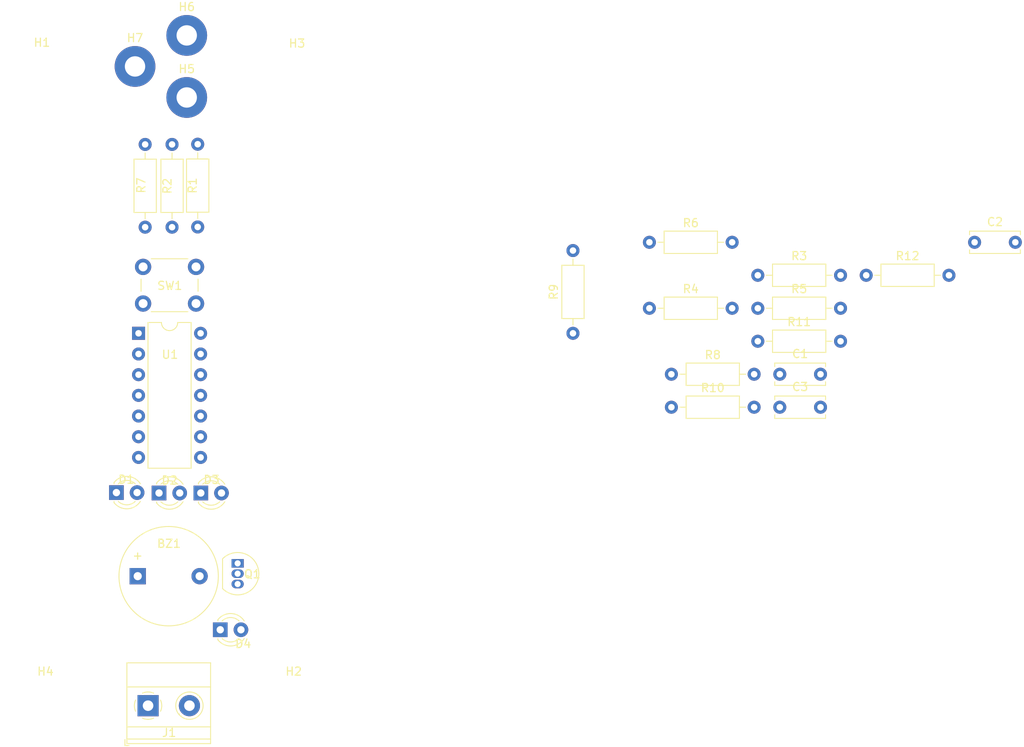
<source format=kicad_pcb>
(kicad_pcb (version 20171130) (host pcbnew "(5.1.10)-1")

  (general
    (thickness 1.6)
    (drawings 0)
    (tracks 0)
    (zones 0)
    (modules 31)
    (nets 21)
  )

  (page A4)
  (layers
    (0 F.Cu signal)
    (31 B.Cu signal)
    (32 B.Adhes user)
    (33 F.Adhes user)
    (34 B.Paste user)
    (35 F.Paste user)
    (36 B.SilkS user)
    (37 F.SilkS user)
    (38 B.Mask user)
    (39 F.Mask user)
    (40 Dwgs.User user)
    (41 Cmts.User user)
    (42 Eco1.User user)
    (43 Eco2.User user)
    (44 Edge.Cuts user)
    (45 Margin user)
    (46 B.CrtYd user)
    (47 F.CrtYd user)
    (48 B.Fab user)
    (49 F.Fab user)
  )

  (setup
    (last_trace_width 0.25)
    (trace_clearance 0.2)
    (zone_clearance 0.508)
    (zone_45_only no)
    (trace_min 0.2)
    (via_size 0.8)
    (via_drill 0.4)
    (via_min_size 0.4)
    (via_min_drill 0.3)
    (uvia_size 0.3)
    (uvia_drill 0.1)
    (uvias_allowed no)
    (uvia_min_size 0.2)
    (uvia_min_drill 0.1)
    (edge_width 0.05)
    (segment_width 0.2)
    (pcb_text_width 0.3)
    (pcb_text_size 1.5 1.5)
    (mod_edge_width 0.12)
    (mod_text_size 1 1)
    (mod_text_width 0.15)
    (pad_size 1.524 1.524)
    (pad_drill 0.762)
    (pad_to_mask_clearance 0)
    (aux_axis_origin 0 0)
    (visible_elements FFFFFF7F)
    (pcbplotparams
      (layerselection 0x010fc_ffffffff)
      (usegerberextensions false)
      (usegerberattributes true)
      (usegerberadvancedattributes true)
      (creategerberjobfile true)
      (excludeedgelayer true)
      (linewidth 0.100000)
      (plotframeref false)
      (viasonmask false)
      (mode 1)
      (useauxorigin false)
      (hpglpennumber 1)
      (hpglpenspeed 20)
      (hpglpendiameter 15.000000)
      (psnegative false)
      (psa4output false)
      (plotreference true)
      (plotvalue true)
      (plotinvisibletext false)
      (padsonsilk false)
      (subtractmaskfromsilk false)
      (outputformat 1)
      (mirror false)
      (drillshape 1)
      (scaleselection 1)
      (outputdirectory ""))
  )

  (net 0 "")
  (net 1 +9V)
  (net 2 "Net-(BZ1-Pad2)")
  (net 3 "Net-(C1-Pad1)")
  (net 4 "Net-(C1-Pad2)")
  (net 5 "Net-(C2-Pad2)")
  (net 6 "Net-(C2-Pad1)")
  (net 7 "Net-(C3-Pad1)")
  (net 8 "Net-(C3-Pad2)")
  (net 9 "Net-(D1-Pad1)")
  (net 10 "Net-(D1-Pad2)")
  (net 11 "Net-(D2-Pad2)")
  (net 12 Earth)
  (net 13 "Net-(D3-Pad2)")
  (net 14 "Net-(D4-Pad2)")
  (net 15 "Net-(H5-Pad1)")
  (net 16 "Net-(R1-Pad1)")
  (net 17 "Net-(R2-Pad1)")
  (net 18 "Net-(R6-Pad1)")
  (net 19 "Net-(R9-Pad1)")
  (net 20 "Net-(R10-Pad2)")

  (net_class Default "This is the default net class."
    (clearance 0.2)
    (trace_width 0.25)
    (via_dia 0.8)
    (via_drill 0.4)
    (uvia_dia 0.3)
    (uvia_drill 0.1)
    (add_net +9V)
    (add_net Earth)
    (add_net "Net-(BZ1-Pad2)")
    (add_net "Net-(C1-Pad1)")
    (add_net "Net-(C1-Pad2)")
    (add_net "Net-(C2-Pad1)")
    (add_net "Net-(C2-Pad2)")
    (add_net "Net-(C3-Pad1)")
    (add_net "Net-(C3-Pad2)")
    (add_net "Net-(D1-Pad1)")
    (add_net "Net-(D1-Pad2)")
    (add_net "Net-(D2-Pad2)")
    (add_net "Net-(D3-Pad2)")
    (add_net "Net-(D4-Pad2)")
    (add_net "Net-(H5-Pad1)")
    (add_net "Net-(R1-Pad1)")
    (add_net "Net-(R10-Pad2)")
    (add_net "Net-(R2-Pad1)")
    (add_net "Net-(R6-Pad1)")
    (add_net "Net-(R9-Pad1)")
  )

  (module Buzzer_Beeper:Buzzer_12x9.5RM7.6 (layer F.Cu) (tedit 5A030281) (tstamp 61CF4EF7)
    (at 50.6984 85.6996)
    (descr "Generic Buzzer, D12mm height 9.5mm with RM7.6mm")
    (tags buzzer)
    (path /61D0E72E)
    (fp_text reference BZ1 (at 3.8354 -3.9878) (layer F.SilkS)
      (effects (font (size 1 1) (thickness 0.15)))
    )
    (fp_text value Buzzer (at 3.7846 2.8956) (layer F.Fab)
      (effects (font (size 1 1) (thickness 0.15)))
    )
    (fp_circle (center 3.8 0) (end 9.9 0) (layer F.SilkS) (width 0.12))
    (fp_circle (center 3.8 0) (end 4.8 0) (layer F.Fab) (width 0.1))
    (fp_circle (center 3.8 0) (end 9.8 0) (layer F.Fab) (width 0.1))
    (fp_circle (center 3.8 0) (end 10.05 0) (layer F.CrtYd) (width 0.05))
    (fp_text user + (at -0.01 -2.54) (layer F.Fab)
      (effects (font (size 1 1) (thickness 0.15)))
    )
    (fp_text user + (at -0.01 -2.54) (layer F.SilkS)
      (effects (font (size 1 1) (thickness 0.15)))
    )
    (fp_text user %R (at 3.8 -4) (layer F.Fab)
      (effects (font (size 1 1) (thickness 0.15)))
    )
    (pad 1 thru_hole rect (at 0 0) (size 2 2) (drill 1) (layers *.Cu *.Mask)
      (net 1 +9V))
    (pad 2 thru_hole circle (at 7.6 0) (size 2 2) (drill 1) (layers *.Cu *.Mask)
      (net 2 "Net-(BZ1-Pad2)"))
    (model ${KISYS3DMOD}/Buzzer_Beeper.3dshapes/Buzzer_12x9.5RM7.6.wrl
      (at (xyz 0 0 0))
      (scale (xyz 1 1 1))
      (rotate (xyz 0 0 0))
    )
  )

  (module Capacitor_THT:C_Disc_D6.0mm_W2.5mm_P5.00mm (layer F.Cu) (tedit 5AE50EF0) (tstamp 61CF4F0C)
    (at 129.535001 60.905001)
    (descr "C, Disc series, Radial, pin pitch=5.00mm, , diameter*width=6*2.5mm^2, Capacitor, http://cdn-reichelt.de/documents/datenblatt/B300/DS_KERKO_TC.pdf")
    (tags "C Disc series Radial pin pitch 5.00mm  diameter 6mm width 2.5mm Capacitor")
    (path /61CD8A80)
    (fp_text reference C1 (at 2.5 -2.5) (layer F.SilkS)
      (effects (font (size 1 1) (thickness 0.15)))
    )
    (fp_text value 100nF (at 2.5 2.5) (layer F.Fab)
      (effects (font (size 1 1) (thickness 0.15)))
    )
    (fp_line (start 6.05 -1.5) (end -1.05 -1.5) (layer F.CrtYd) (width 0.05))
    (fp_line (start 6.05 1.5) (end 6.05 -1.5) (layer F.CrtYd) (width 0.05))
    (fp_line (start -1.05 1.5) (end 6.05 1.5) (layer F.CrtYd) (width 0.05))
    (fp_line (start -1.05 -1.5) (end -1.05 1.5) (layer F.CrtYd) (width 0.05))
    (fp_line (start 5.62 0.925) (end 5.62 1.37) (layer F.SilkS) (width 0.12))
    (fp_line (start 5.62 -1.37) (end 5.62 -0.925) (layer F.SilkS) (width 0.12))
    (fp_line (start -0.62 0.925) (end -0.62 1.37) (layer F.SilkS) (width 0.12))
    (fp_line (start -0.62 -1.37) (end -0.62 -0.925) (layer F.SilkS) (width 0.12))
    (fp_line (start -0.62 1.37) (end 5.62 1.37) (layer F.SilkS) (width 0.12))
    (fp_line (start -0.62 -1.37) (end 5.62 -1.37) (layer F.SilkS) (width 0.12))
    (fp_line (start 5.5 -1.25) (end -0.5 -1.25) (layer F.Fab) (width 0.1))
    (fp_line (start 5.5 1.25) (end 5.5 -1.25) (layer F.Fab) (width 0.1))
    (fp_line (start -0.5 1.25) (end 5.5 1.25) (layer F.Fab) (width 0.1))
    (fp_line (start -0.5 -1.25) (end -0.5 1.25) (layer F.Fab) (width 0.1))
    (fp_text user %R (at 2.5 0) (layer F.Fab)
      (effects (font (size 1 1) (thickness 0.15)))
    )
    (pad 1 thru_hole circle (at 0 0) (size 1.6 1.6) (drill 0.8) (layers *.Cu *.Mask)
      (net 3 "Net-(C1-Pad1)"))
    (pad 2 thru_hole circle (at 5 0) (size 1.6 1.6) (drill 0.8) (layers *.Cu *.Mask)
      (net 4 "Net-(C1-Pad2)"))
    (model ${KISYS3DMOD}/Capacitor_THT.3dshapes/C_Disc_D6.0mm_W2.5mm_P5.00mm.wrl
      (at (xyz 0 0 0))
      (scale (xyz 1 1 1))
      (rotate (xyz 0 0 0))
    )
  )

  (module Capacitor_THT:C_Disc_D6.0mm_W2.5mm_P5.00mm (layer F.Cu) (tedit 5AE50EF0) (tstamp 61CF4F21)
    (at 153.455001 44.705001)
    (descr "C, Disc series, Radial, pin pitch=5.00mm, , diameter*width=6*2.5mm^2, Capacitor, http://cdn-reichelt.de/documents/datenblatt/B300/DS_KERKO_TC.pdf")
    (tags "C Disc series Radial pin pitch 5.00mm  diameter 6mm width 2.5mm Capacitor")
    (path /61CF98E6)
    (fp_text reference C2 (at 2.5 -2.5) (layer F.SilkS)
      (effects (font (size 1 1) (thickness 0.15)))
    )
    (fp_text value 10nF (at 2.5 2.5) (layer F.Fab)
      (effects (font (size 1 1) (thickness 0.15)))
    )
    (fp_line (start 6.05 -1.5) (end -1.05 -1.5) (layer F.CrtYd) (width 0.05))
    (fp_line (start 6.05 1.5) (end 6.05 -1.5) (layer F.CrtYd) (width 0.05))
    (fp_line (start -1.05 1.5) (end 6.05 1.5) (layer F.CrtYd) (width 0.05))
    (fp_line (start -1.05 -1.5) (end -1.05 1.5) (layer F.CrtYd) (width 0.05))
    (fp_line (start 5.62 0.925) (end 5.62 1.37) (layer F.SilkS) (width 0.12))
    (fp_line (start 5.62 -1.37) (end 5.62 -0.925) (layer F.SilkS) (width 0.12))
    (fp_line (start -0.62 0.925) (end -0.62 1.37) (layer F.SilkS) (width 0.12))
    (fp_line (start -0.62 -1.37) (end -0.62 -0.925) (layer F.SilkS) (width 0.12))
    (fp_line (start -0.62 1.37) (end 5.62 1.37) (layer F.SilkS) (width 0.12))
    (fp_line (start -0.62 -1.37) (end 5.62 -1.37) (layer F.SilkS) (width 0.12))
    (fp_line (start 5.5 -1.25) (end -0.5 -1.25) (layer F.Fab) (width 0.1))
    (fp_line (start 5.5 1.25) (end 5.5 -1.25) (layer F.Fab) (width 0.1))
    (fp_line (start -0.5 1.25) (end 5.5 1.25) (layer F.Fab) (width 0.1))
    (fp_line (start -0.5 -1.25) (end -0.5 1.25) (layer F.Fab) (width 0.1))
    (fp_text user %R (at 2.5 0) (layer F.Fab)
      (effects (font (size 1 1) (thickness 0.15)))
    )
    (pad 1 thru_hole circle (at 0 0) (size 1.6 1.6) (drill 0.8) (layers *.Cu *.Mask)
      (net 6 "Net-(C2-Pad1)"))
    (pad 2 thru_hole circle (at 5 0) (size 1.6 1.6) (drill 0.8) (layers *.Cu *.Mask)
      (net 5 "Net-(C2-Pad2)"))
    (model ${KISYS3DMOD}/Capacitor_THT.3dshapes/C_Disc_D6.0mm_W2.5mm_P5.00mm.wrl
      (at (xyz 0 0 0))
      (scale (xyz 1 1 1))
      (rotate (xyz 0 0 0))
    )
  )

  (module Capacitor_THT:C_Disc_D6.0mm_W2.5mm_P5.00mm (layer F.Cu) (tedit 5AE50EF0) (tstamp 61CF4F36)
    (at 129.535001 64.955001)
    (descr "C, Disc series, Radial, pin pitch=5.00mm, , diameter*width=6*2.5mm^2, Capacitor, http://cdn-reichelt.de/documents/datenblatt/B300/DS_KERKO_TC.pdf")
    (tags "C Disc series Radial pin pitch 5.00mm  diameter 6mm width 2.5mm Capacitor")
    (path /61D04500)
    (fp_text reference C3 (at 2.5 -2.5) (layer F.SilkS)
      (effects (font (size 1 1) (thickness 0.15)))
    )
    (fp_text value 100nF (at 2.5 2.5) (layer F.Fab)
      (effects (font (size 1 1) (thickness 0.15)))
    )
    (fp_text user %R (at 2.5 0) (layer F.Fab)
      (effects (font (size 1 1) (thickness 0.15)))
    )
    (fp_line (start -0.5 -1.25) (end -0.5 1.25) (layer F.Fab) (width 0.1))
    (fp_line (start -0.5 1.25) (end 5.5 1.25) (layer F.Fab) (width 0.1))
    (fp_line (start 5.5 1.25) (end 5.5 -1.25) (layer F.Fab) (width 0.1))
    (fp_line (start 5.5 -1.25) (end -0.5 -1.25) (layer F.Fab) (width 0.1))
    (fp_line (start -0.62 -1.37) (end 5.62 -1.37) (layer F.SilkS) (width 0.12))
    (fp_line (start -0.62 1.37) (end 5.62 1.37) (layer F.SilkS) (width 0.12))
    (fp_line (start -0.62 -1.37) (end -0.62 -0.925) (layer F.SilkS) (width 0.12))
    (fp_line (start -0.62 0.925) (end -0.62 1.37) (layer F.SilkS) (width 0.12))
    (fp_line (start 5.62 -1.37) (end 5.62 -0.925) (layer F.SilkS) (width 0.12))
    (fp_line (start 5.62 0.925) (end 5.62 1.37) (layer F.SilkS) (width 0.12))
    (fp_line (start -1.05 -1.5) (end -1.05 1.5) (layer F.CrtYd) (width 0.05))
    (fp_line (start -1.05 1.5) (end 6.05 1.5) (layer F.CrtYd) (width 0.05))
    (fp_line (start 6.05 1.5) (end 6.05 -1.5) (layer F.CrtYd) (width 0.05))
    (fp_line (start 6.05 -1.5) (end -1.05 -1.5) (layer F.CrtYd) (width 0.05))
    (pad 2 thru_hole circle (at 5 0) (size 1.6 1.6) (drill 0.8) (layers *.Cu *.Mask)
      (net 8 "Net-(C3-Pad2)"))
    (pad 1 thru_hole circle (at 0 0) (size 1.6 1.6) (drill 0.8) (layers *.Cu *.Mask)
      (net 7 "Net-(C3-Pad1)"))
    (model ${KISYS3DMOD}/Capacitor_THT.3dshapes/C_Disc_D6.0mm_W2.5mm_P5.00mm.wrl
      (at (xyz 0 0 0))
      (scale (xyz 1 1 1))
      (rotate (xyz 0 0 0))
    )
  )

  (module LED_THT:LED_D3.0mm (layer F.Cu) (tedit 587A3A7B) (tstamp 61CF4F49)
    (at 48.0822 75.438)
    (descr "LED, diameter 3.0mm, 2 pins")
    (tags "LED diameter 3.0mm 2 pins")
    (path /61CD9FAE)
    (fp_text reference D1 (at 1.2192 -1.6002) (layer F.SilkS)
      (effects (font (size 1 1) (thickness 0.15)))
    )
    (fp_text value Low (at 1.3208 2.8956) (layer F.Fab)
      (effects (font (size 1 1) (thickness 0.15)))
    )
    (fp_line (start 3.7 -2.25) (end -1.15 -2.25) (layer F.CrtYd) (width 0.05))
    (fp_line (start 3.7 2.25) (end 3.7 -2.25) (layer F.CrtYd) (width 0.05))
    (fp_line (start -1.15 2.25) (end 3.7 2.25) (layer F.CrtYd) (width 0.05))
    (fp_line (start -1.15 -2.25) (end -1.15 2.25) (layer F.CrtYd) (width 0.05))
    (fp_line (start -0.29 1.08) (end -0.29 1.236) (layer F.SilkS) (width 0.12))
    (fp_line (start -0.29 -1.236) (end -0.29 -1.08) (layer F.SilkS) (width 0.12))
    (fp_line (start -0.23 -1.16619) (end -0.23 1.16619) (layer F.Fab) (width 0.1))
    (fp_circle (center 1.27 0) (end 2.77 0) (layer F.Fab) (width 0.1))
    (fp_arc (start 1.27 0) (end -0.23 -1.16619) (angle 284.3) (layer F.Fab) (width 0.1))
    (fp_arc (start 1.27 0) (end -0.29 -1.235516) (angle 108.8) (layer F.SilkS) (width 0.12))
    (fp_arc (start 1.27 0) (end -0.29 1.235516) (angle -108.8) (layer F.SilkS) (width 0.12))
    (fp_arc (start 1.27 0) (end 0.229039 -1.08) (angle 87.9) (layer F.SilkS) (width 0.12))
    (fp_arc (start 1.27 0) (end 0.229039 1.08) (angle -87.9) (layer F.SilkS) (width 0.12))
    (pad 1 thru_hole rect (at 0 0) (size 1.8 1.8) (drill 0.9) (layers *.Cu *.Mask)
      (net 9 "Net-(D1-Pad1)"))
    (pad 2 thru_hole circle (at 2.54 0) (size 1.8 1.8) (drill 0.9) (layers *.Cu *.Mask)
      (net 10 "Net-(D1-Pad2)"))
    (model ${KISYS3DMOD}/LED_THT.3dshapes/LED_D3.0mm.wrl
      (at (xyz 0 0 0))
      (scale (xyz 1 1 1))
      (rotate (xyz 0 0 0))
    )
  )

  (module LED_THT:LED_D3.0mm (layer F.Cu) (tedit 587A3A7B) (tstamp 61CF4F5C)
    (at 53.3146 75.4888)
    (descr "LED, diameter 3.0mm, 2 pins")
    (tags "LED diameter 3.0mm 2 pins")
    (path /61CEE12E)
    (fp_text reference D2 (at 1.2954 -1.5494) (layer F.SilkS)
      (effects (font (size 1 1) (thickness 0.15)))
    )
    (fp_text value High (at 1.27 2.96) (layer F.Fab)
      (effects (font (size 1 1) (thickness 0.15)))
    )
    (fp_arc (start 1.27 0) (end 0.229039 1.08) (angle -87.9) (layer F.SilkS) (width 0.12))
    (fp_arc (start 1.27 0) (end 0.229039 -1.08) (angle 87.9) (layer F.SilkS) (width 0.12))
    (fp_arc (start 1.27 0) (end -0.29 1.235516) (angle -108.8) (layer F.SilkS) (width 0.12))
    (fp_arc (start 1.27 0) (end -0.29 -1.235516) (angle 108.8) (layer F.SilkS) (width 0.12))
    (fp_arc (start 1.27 0) (end -0.23 -1.16619) (angle 284.3) (layer F.Fab) (width 0.1))
    (fp_circle (center 1.27 0) (end 2.77 0) (layer F.Fab) (width 0.1))
    (fp_line (start -0.23 -1.16619) (end -0.23 1.16619) (layer F.Fab) (width 0.1))
    (fp_line (start -0.29 -1.236) (end -0.29 -1.08) (layer F.SilkS) (width 0.12))
    (fp_line (start -0.29 1.08) (end -0.29 1.236) (layer F.SilkS) (width 0.12))
    (fp_line (start -1.15 -2.25) (end -1.15 2.25) (layer F.CrtYd) (width 0.05))
    (fp_line (start -1.15 2.25) (end 3.7 2.25) (layer F.CrtYd) (width 0.05))
    (fp_line (start 3.7 2.25) (end 3.7 -2.25) (layer F.CrtYd) (width 0.05))
    (fp_line (start 3.7 -2.25) (end -1.15 -2.25) (layer F.CrtYd) (width 0.05))
    (pad 2 thru_hole circle (at 2.54 0) (size 1.8 1.8) (drill 0.9) (layers *.Cu *.Mask)
      (net 11 "Net-(D2-Pad2)"))
    (pad 1 thru_hole rect (at 0 0) (size 1.8 1.8) (drill 0.9) (layers *.Cu *.Mask)
      (net 12 Earth))
    (model ${KISYS3DMOD}/LED_THT.3dshapes/LED_D3.0mm.wrl
      (at (xyz 0 0 0))
      (scale (xyz 1 1 1))
      (rotate (xyz 0 0 0))
    )
  )

  (module LED_THT:LED_D3.0mm (layer F.Cu) (tedit 587A3A7B) (tstamp 61CF4F6F)
    (at 58.4454 75.4888)
    (descr "LED, diameter 3.0mm, 2 pins")
    (tags "LED diameter 3.0mm 2 pins")
    (path /61CEE8D0)
    (fp_text reference D3 (at 1.3208 -1.6256) (layer F.SilkS)
      (effects (font (size 1 1) (thickness 0.15)))
    )
    (fp_text value Pulse (at 1.27 2.96) (layer F.Fab)
      (effects (font (size 1 1) (thickness 0.15)))
    )
    (fp_line (start 3.7 -2.25) (end -1.15 -2.25) (layer F.CrtYd) (width 0.05))
    (fp_line (start 3.7 2.25) (end 3.7 -2.25) (layer F.CrtYd) (width 0.05))
    (fp_line (start -1.15 2.25) (end 3.7 2.25) (layer F.CrtYd) (width 0.05))
    (fp_line (start -1.15 -2.25) (end -1.15 2.25) (layer F.CrtYd) (width 0.05))
    (fp_line (start -0.29 1.08) (end -0.29 1.236) (layer F.SilkS) (width 0.12))
    (fp_line (start -0.29 -1.236) (end -0.29 -1.08) (layer F.SilkS) (width 0.12))
    (fp_line (start -0.23 -1.16619) (end -0.23 1.16619) (layer F.Fab) (width 0.1))
    (fp_circle (center 1.27 0) (end 2.77 0) (layer F.Fab) (width 0.1))
    (fp_arc (start 1.27 0) (end -0.23 -1.16619) (angle 284.3) (layer F.Fab) (width 0.1))
    (fp_arc (start 1.27 0) (end -0.29 -1.235516) (angle 108.8) (layer F.SilkS) (width 0.12))
    (fp_arc (start 1.27 0) (end -0.29 1.235516) (angle -108.8) (layer F.SilkS) (width 0.12))
    (fp_arc (start 1.27 0) (end 0.229039 -1.08) (angle 87.9) (layer F.SilkS) (width 0.12))
    (fp_arc (start 1.27 0) (end 0.229039 1.08) (angle -87.9) (layer F.SilkS) (width 0.12))
    (pad 1 thru_hole rect (at 0 0) (size 1.8 1.8) (drill 0.9) (layers *.Cu *.Mask)
      (net 12 Earth))
    (pad 2 thru_hole circle (at 2.54 0) (size 1.8 1.8) (drill 0.9) (layers *.Cu *.Mask)
      (net 13 "Net-(D3-Pad2)"))
    (model ${KISYS3DMOD}/LED_THT.3dshapes/LED_D3.0mm.wrl
      (at (xyz 0 0 0))
      (scale (xyz 1 1 1))
      (rotate (xyz 0 0 0))
    )
  )

  (module LED_THT:LED_D3.0mm (layer F.Cu) (tedit 587A3A7B) (tstamp 61CF4F82)
    (at 60.833 92.2782)
    (descr "LED, diameter 3.0mm, 2 pins")
    (tags "LED diameter 3.0mm 2 pins")
    (path /61CEECAD)
    (fp_text reference D4 (at 2.8194 1.7272) (layer F.SilkS)
      (effects (font (size 1 1) (thickness 0.15)))
    )
    (fp_text value Power (at 1.27 2.96) (layer F.Fab)
      (effects (font (size 1 1) (thickness 0.15)))
    )
    (fp_arc (start 1.27 0) (end 0.229039 1.08) (angle -87.9) (layer F.SilkS) (width 0.12))
    (fp_arc (start 1.27 0) (end 0.229039 -1.08) (angle 87.9) (layer F.SilkS) (width 0.12))
    (fp_arc (start 1.27 0) (end -0.29 1.235516) (angle -108.8) (layer F.SilkS) (width 0.12))
    (fp_arc (start 1.27 0) (end -0.29 -1.235516) (angle 108.8) (layer F.SilkS) (width 0.12))
    (fp_arc (start 1.27 0) (end -0.23 -1.16619) (angle 284.3) (layer F.Fab) (width 0.1))
    (fp_circle (center 1.27 0) (end 2.77 0) (layer F.Fab) (width 0.1))
    (fp_line (start -0.23 -1.16619) (end -0.23 1.16619) (layer F.Fab) (width 0.1))
    (fp_line (start -0.29 -1.236) (end -0.29 -1.08) (layer F.SilkS) (width 0.12))
    (fp_line (start -0.29 1.08) (end -0.29 1.236) (layer F.SilkS) (width 0.12))
    (fp_line (start -1.15 -2.25) (end -1.15 2.25) (layer F.CrtYd) (width 0.05))
    (fp_line (start -1.15 2.25) (end 3.7 2.25) (layer F.CrtYd) (width 0.05))
    (fp_line (start 3.7 2.25) (end 3.7 -2.25) (layer F.CrtYd) (width 0.05))
    (fp_line (start 3.7 -2.25) (end -1.15 -2.25) (layer F.CrtYd) (width 0.05))
    (pad 2 thru_hole circle (at 2.54 0) (size 1.8 1.8) (drill 0.9) (layers *.Cu *.Mask)
      (net 14 "Net-(D4-Pad2)"))
    (pad 1 thru_hole rect (at 0 0) (size 1.8 1.8) (drill 0.9) (layers *.Cu *.Mask)
      (net 12 Earth))
    (model ${KISYS3DMOD}/LED_THT.3dshapes/LED_D3.0mm.wrl
      (at (xyz 0 0 0))
      (scale (xyz 1 1 1))
      (rotate (xyz 0 0 0))
    )
  )

  (module MountingHole:MountingHole_3.2mm_M3 (layer F.Cu) (tedit 56D1B4CB) (tstamp 61CF4F8A)
    (at 38.9382 24.384)
    (descr "Mounting Hole 3.2mm, no annular, M3")
    (tags "mounting hole 3.2mm no annular m3")
    (path /61D19EDD)
    (attr virtual)
    (fp_text reference H1 (at 0 -4.2) (layer F.SilkS)
      (effects (font (size 1 1) (thickness 0.15)))
    )
    (fp_text value MountingHole (at 0 4.2) (layer F.Fab)
      (effects (font (size 1 1) (thickness 0.15)))
    )
    (fp_text user %R (at 0.3 0) (layer F.Fab)
      (effects (font (size 1 1) (thickness 0.15)))
    )
    (fp_circle (center 0 0) (end 3.2 0) (layer Cmts.User) (width 0.15))
    (fp_circle (center 0 0) (end 3.45 0) (layer F.CrtYd) (width 0.05))
    (pad 1 np_thru_hole circle (at 0 0) (size 3.2 3.2) (drill 3.2) (layers *.Cu *.Mask))
  )

  (module MountingHole:MountingHole_3.2mm_M3 (layer F.Cu) (tedit 56D1B4CB) (tstamp 61CF56E1)
    (at 69.85 101.6)
    (descr "Mounting Hole 3.2mm, no annular, M3")
    (tags "mounting hole 3.2mm no annular m3")
    (path /61D1A9AA)
    (attr virtual)
    (fp_text reference H2 (at 0 -4.2) (layer F.SilkS)
      (effects (font (size 1 1) (thickness 0.15)))
    )
    (fp_text value MountingHole (at -2.3622 -7.8232) (layer F.Fab) hide
      (effects (font (size 1 1) (thickness 0.15)))
    )
    (fp_circle (center 0 0) (end 3.45 0) (layer F.CrtYd) (width 0.05))
    (fp_circle (center 0 0) (end 3.2 0) (layer Cmts.User) (width 0.15))
    (fp_text user %R (at 0.3 0) (layer F.Fab)
      (effects (font (size 1 1) (thickness 0.15)))
    )
    (pad 1 np_thru_hole circle (at 0 0) (size 3.2 3.2) (drill 3.2) (layers *.Cu *.Mask))
  )

  (module MountingHole:MountingHole_3.2mm_M3 (layer F.Cu) (tedit 56D1B4CB) (tstamp 61CF5732)
    (at 70.2564 24.4856)
    (descr "Mounting Hole 3.2mm, no annular, M3")
    (tags "mounting hole 3.2mm no annular m3")
    (path /61D1AC79)
    (attr virtual)
    (fp_text reference H3 (at 0 -4.2) (layer F.SilkS)
      (effects (font (size 1 1) (thickness 0.15)))
    )
    (fp_text value MountingHole (at 0 4.2) (layer F.Fab)
      (effects (font (size 1 1) (thickness 0.15)))
    )
    (fp_text user %R (at 0.3 0) (layer F.Fab)
      (effects (font (size 1 1) (thickness 0.15)))
    )
    (fp_circle (center 0 0) (end 3.2 0) (layer Cmts.User) (width 0.15))
    (fp_circle (center 0 0) (end 3.45 0) (layer F.CrtYd) (width 0.05))
    (pad 1 np_thru_hole circle (at 0 0) (size 3.2 3.2) (drill 3.2) (layers *.Cu *.Mask))
  )

  (module MountingHole:MountingHole_3.2mm_M3 (layer F.Cu) (tedit 56D1B4CB) (tstamp 61CF4FA2)
    (at 39.37 101.6)
    (descr "Mounting Hole 3.2mm, no annular, M3")
    (tags "mounting hole 3.2mm no annular m3")
    (path /61D1B4FA)
    (attr virtual)
    (fp_text reference H4 (at 0 -4.2) (layer F.SilkS)
      (effects (font (size 1 1) (thickness 0.15)))
    )
    (fp_text value MountingHole (at 0 4.2) (layer F.Fab) hide
      (effects (font (size 1 1) (thickness 0.15)))
    )
    (fp_circle (center 0 0) (end 3.45 0) (layer F.CrtYd) (width 0.05))
    (fp_circle (center 0 0) (end 3.2 0) (layer Cmts.User) (width 0.15))
    (fp_text user %R (at 0.3 0) (layer F.Fab)
      (effects (font (size 1 1) (thickness 0.15)))
    )
    (pad 1 np_thru_hole circle (at 0 0) (size 3.2 3.2) (drill 3.2) (layers *.Cu *.Mask))
  )

  (module MountingHole:MountingHole_2.5mm_Pad (layer F.Cu) (tedit 56D1B4CB) (tstamp 61CF4FAA)
    (at 56.7182 26.924)
    (descr "Mounting Hole 2.5mm")
    (tags "mounting hole 2.5mm")
    (path /61D1C8FE)
    (attr virtual)
    (fp_text reference H5 (at 0 -3.5) (layer F.SilkS)
      (effects (font (size 1 1) (thickness 0.15)))
    )
    (fp_text value Out (at 0 3.5) (layer F.Fab)
      (effects (font (size 1 1) (thickness 0.15)))
    )
    (fp_text user %R (at 0.3 0) (layer F.Fab)
      (effects (font (size 1 1) (thickness 0.15)))
    )
    (fp_circle (center 0 0) (end 2.5 0) (layer Cmts.User) (width 0.15))
    (fp_circle (center 0 0) (end 2.75 0) (layer F.CrtYd) (width 0.05))
    (pad 1 thru_hole circle (at 0 0) (size 5 5) (drill 2.5) (layers *.Cu *.Mask)
      (net 15 "Net-(H5-Pad1)"))
  )

  (module MountingHole:MountingHole_2.5mm_Pad (layer F.Cu) (tedit 56D1B4CB) (tstamp 61CF4FB2)
    (at 56.7182 19.304)
    (descr "Mounting Hole 2.5mm")
    (tags "mounting hole 2.5mm")
    (path /61D1E680)
    (attr virtual)
    (fp_text reference H6 (at 0 -3.5) (layer F.SilkS)
      (effects (font (size 1 1) (thickness 0.15)))
    )
    (fp_text value Out (at 0 3.5) (layer F.Fab)
      (effects (font (size 1 1) (thickness 0.15)))
    )
    (fp_circle (center 0 0) (end 2.75 0) (layer F.CrtYd) (width 0.05))
    (fp_circle (center 0 0) (end 2.5 0) (layer Cmts.User) (width 0.15))
    (fp_text user %R (at 0.3 0) (layer F.Fab)
      (effects (font (size 1 1) (thickness 0.15)))
    )
    (pad 1 thru_hole circle (at 0 0) (size 5 5) (drill 2.5) (layers *.Cu *.Mask)
      (net 15 "Net-(H5-Pad1)"))
  )

  (module MountingHole:MountingHole_2.5mm_Pad (layer F.Cu) (tedit 56D1B4CB) (tstamp 61CF4FBA)
    (at 50.3682 23.114)
    (descr "Mounting Hole 2.5mm")
    (tags "mounting hole 2.5mm")
    (path /61CF8AEE)
    (attr virtual)
    (fp_text reference H7 (at 0 -3.5) (layer F.SilkS)
      (effects (font (size 1 1) (thickness 0.15)))
    )
    (fp_text value GND (at 0 3.5) (layer F.Fab)
      (effects (font (size 1 1) (thickness 0.15)))
    )
    (fp_circle (center 0 0) (end 2.75 0) (layer F.CrtYd) (width 0.05))
    (fp_circle (center 0 0) (end 2.5 0) (layer Cmts.User) (width 0.15))
    (fp_text user %R (at 0.3 0) (layer F.Fab)
      (effects (font (size 1 1) (thickness 0.15)))
    )
    (pad 1 thru_hole circle (at 0 0) (size 5 5) (drill 2.5) (layers *.Cu *.Mask)
      (net 12 Earth))
  )

  (module TerminalBlock_Phoenix:TerminalBlock_Phoenix_MKDS-1,5-2-5.08_1x02_P5.08mm_Horizontal (layer F.Cu) (tedit 5B294EBC) (tstamp 61CF4FE6)
    (at 51.9684 101.6)
    (descr "Terminal Block Phoenix MKDS-1,5-2-5.08, 2 pins, pitch 5.08mm, size 10.2x9.8mm^2, drill diamater 1.3mm, pad diameter 2.6mm, see http://www.farnell.com/datasheets/100425.pdf, script-generated using https://github.com/pointhi/kicad-footprint-generator/scripts/TerminalBlock_Phoenix")
    (tags "THT Terminal Block Phoenix MKDS-1,5-2-5.08 pitch 5.08mm size 10.2x9.8mm^2 drill 1.3mm pad 2.6mm")
    (path /61D042ED)
    (fp_text reference J1 (at 2.5908 3.3274) (layer F.SilkS)
      (effects (font (size 1 1) (thickness 0.15)))
    )
    (fp_text value "Power 9V" (at 2.6416 -6.5024) (layer F.Fab)
      (effects (font (size 1 1) (thickness 0.15)))
    )
    (fp_line (start 8.13 -5.71) (end -3.04 -5.71) (layer F.CrtYd) (width 0.05))
    (fp_line (start 8.13 5.1) (end 8.13 -5.71) (layer F.CrtYd) (width 0.05))
    (fp_line (start -3.04 5.1) (end 8.13 5.1) (layer F.CrtYd) (width 0.05))
    (fp_line (start -3.04 -5.71) (end -3.04 5.1) (layer F.CrtYd) (width 0.05))
    (fp_line (start -2.84 4.9) (end -2.34 4.9) (layer F.SilkS) (width 0.12))
    (fp_line (start -2.84 4.16) (end -2.84 4.9) (layer F.SilkS) (width 0.12))
    (fp_line (start 3.853 1.023) (end 3.806 1.069) (layer F.SilkS) (width 0.12))
    (fp_line (start 6.15 -1.275) (end 6.115 -1.239) (layer F.SilkS) (width 0.12))
    (fp_line (start 4.046 1.239) (end 4.011 1.274) (layer F.SilkS) (width 0.12))
    (fp_line (start 6.355 -1.069) (end 6.308 -1.023) (layer F.SilkS) (width 0.12))
    (fp_line (start 6.035 -1.138) (end 3.943 0.955) (layer F.Fab) (width 0.1))
    (fp_line (start 6.218 -0.955) (end 4.126 1.138) (layer F.Fab) (width 0.1))
    (fp_line (start 0.955 -1.138) (end -1.138 0.955) (layer F.Fab) (width 0.1))
    (fp_line (start 1.138 -0.955) (end -0.955 1.138) (layer F.Fab) (width 0.1))
    (fp_line (start 7.68 -5.261) (end 7.68 4.66) (layer F.SilkS) (width 0.12))
    (fp_line (start -2.6 -5.261) (end -2.6 4.66) (layer F.SilkS) (width 0.12))
    (fp_line (start -2.6 4.66) (end 7.68 4.66) (layer F.SilkS) (width 0.12))
    (fp_line (start -2.6 -5.261) (end 7.68 -5.261) (layer F.SilkS) (width 0.12))
    (fp_line (start -2.6 -2.301) (end 7.68 -2.301) (layer F.SilkS) (width 0.12))
    (fp_line (start -2.54 -2.3) (end 7.62 -2.3) (layer F.Fab) (width 0.1))
    (fp_line (start -2.6 2.6) (end 7.68 2.6) (layer F.SilkS) (width 0.12))
    (fp_line (start -2.54 2.6) (end 7.62 2.6) (layer F.Fab) (width 0.1))
    (fp_line (start -2.6 4.1) (end 7.68 4.1) (layer F.SilkS) (width 0.12))
    (fp_line (start -2.54 4.1) (end 7.62 4.1) (layer F.Fab) (width 0.1))
    (fp_line (start -2.54 4.1) (end -2.54 -5.2) (layer F.Fab) (width 0.1))
    (fp_line (start -2.04 4.6) (end -2.54 4.1) (layer F.Fab) (width 0.1))
    (fp_line (start 7.62 4.6) (end -2.04 4.6) (layer F.Fab) (width 0.1))
    (fp_line (start 7.62 -5.2) (end 7.62 4.6) (layer F.Fab) (width 0.1))
    (fp_line (start -2.54 -5.2) (end 7.62 -5.2) (layer F.Fab) (width 0.1))
    (fp_circle (center 5.08 0) (end 6.76 0) (layer F.SilkS) (width 0.12))
    (fp_circle (center 5.08 0) (end 6.58 0) (layer F.Fab) (width 0.1))
    (fp_circle (center 0 0) (end 1.5 0) (layer F.Fab) (width 0.1))
    (fp_arc (start 0 0) (end 0 1.68) (angle -24) (layer F.SilkS) (width 0.12))
    (fp_arc (start 0 0) (end 1.535 0.684) (angle -48) (layer F.SilkS) (width 0.12))
    (fp_arc (start 0 0) (end 0.684 -1.535) (angle -48) (layer F.SilkS) (width 0.12))
    (fp_arc (start 0 0) (end -1.535 -0.684) (angle -48) (layer F.SilkS) (width 0.12))
    (fp_arc (start 0 0) (end -0.684 1.535) (angle -25) (layer F.SilkS) (width 0.12))
    (fp_text user %R (at 2.54 3.2) (layer F.Fab)
      (effects (font (size 1 1) (thickness 0.15)))
    )
    (pad 1 thru_hole rect (at 0 0) (size 2.6 2.6) (drill 1.3) (layers *.Cu *.Mask)
      (net 1 +9V))
    (pad 2 thru_hole circle (at 5.08 0) (size 2.6 2.6) (drill 1.3) (layers *.Cu *.Mask)
      (net 12 Earth))
    (model ${KISYS3DMOD}/TerminalBlock_Phoenix.3dshapes/TerminalBlock_Phoenix_MKDS-1,5-2-5.08_1x02_P5.08mm_Horizontal.wrl
      (at (xyz 0 0 0))
      (scale (xyz 1 1 1))
      (rotate (xyz 0 0 0))
    )
  )

  (module Package_TO_SOT_THT:TO-92_Inline (layer F.Cu) (tedit 5A1DD157) (tstamp 61CF621F)
    (at 62.9666 84.1248 270)
    (descr "TO-92 leads in-line, narrow, oval pads, drill 0.75mm (see NXP sot054_po.pdf)")
    (tags "to-92 sc-43 sc-43a sot54 PA33 transistor")
    (path /61CE0316)
    (fp_text reference Q1 (at 1.3208 -1.8034 180) (layer F.SilkS)
      (effects (font (size 1 1) (thickness 0.15)))
    )
    (fp_text value BC547 (at -2.159 -0.508) (layer F.Fab)
      (effects (font (size 1 1) (thickness 0.15)))
    )
    (fp_line (start 4 2.01) (end -1.46 2.01) (layer F.CrtYd) (width 0.05))
    (fp_line (start 4 2.01) (end 4 -2.73) (layer F.CrtYd) (width 0.05))
    (fp_line (start -1.46 -2.73) (end -1.46 2.01) (layer F.CrtYd) (width 0.05))
    (fp_line (start -1.46 -2.73) (end 4 -2.73) (layer F.CrtYd) (width 0.05))
    (fp_line (start -0.5 1.75) (end 3 1.75) (layer F.Fab) (width 0.1))
    (fp_line (start -0.53 1.85) (end 3.07 1.85) (layer F.SilkS) (width 0.12))
    (fp_text user %R (at 1.27 0 90) (layer F.Fab)
      (effects (font (size 1 1) (thickness 0.15)))
    )
    (fp_arc (start 1.27 0) (end 1.27 -2.48) (angle 135) (layer F.Fab) (width 0.1))
    (fp_arc (start 1.27 0) (end 1.27 -2.6) (angle -135) (layer F.SilkS) (width 0.12))
    (fp_arc (start 1.27 0) (end 1.27 -2.48) (angle -135) (layer F.Fab) (width 0.1))
    (fp_arc (start 1.27 0) (end 1.27 -2.6) (angle 135) (layer F.SilkS) (width 0.12))
    (pad 2 thru_hole oval (at 1.27 0 270) (size 1.05 1.5) (drill 0.75) (layers *.Cu *.Mask)
      (net 7 "Net-(C3-Pad1)"))
    (pad 3 thru_hole oval (at 2.54 0 270) (size 1.05 1.5) (drill 0.75) (layers *.Cu *.Mask)
      (net 12 Earth))
    (pad 1 thru_hole rect (at 0 0 270) (size 1.05 1.5) (drill 0.75) (layers *.Cu *.Mask)
      (net 2 "Net-(BZ1-Pad2)"))
    (model ${KISYS3DMOD}/Package_TO_SOT_THT.3dshapes/TO-92_Inline.wrl
      (at (xyz 0 0 0))
      (scale (xyz 1 1 1))
      (rotate (xyz 0 0 0))
    )
  )

  (module Resistor_THT:R_Axial_DIN0207_L6.3mm_D2.5mm_P10.16mm_Horizontal (layer F.Cu) (tedit 5AE5139B) (tstamp 61CF500F)
    (at 58.0644 42.8244 90)
    (descr "Resistor, Axial_DIN0207 series, Axial, Horizontal, pin pitch=10.16mm, 0.25W = 1/4W, length*diameter=6.3*2.5mm^2, http://cdn-reichelt.de/documents/datenblatt/B400/1_4W%23YAG.pdf")
    (tags "Resistor Axial_DIN0207 series Axial Horizontal pin pitch 10.16mm 0.25W = 1/4W length 6.3mm diameter 2.5mm")
    (path /61CD7AD1)
    (fp_text reference R1 (at 5.08 -0.635 90) (layer F.SilkS)
      (effects (font (size 1 1) (thickness 0.15)))
    )
    (fp_text value 220K (at 5.1054 0.4826 90) (layer F.Fab)
      (effects (font (size 1 1) (thickness 0.15)))
    )
    (fp_line (start 11.21 -1.5) (end -1.05 -1.5) (layer F.CrtYd) (width 0.05))
    (fp_line (start 11.21 1.5) (end 11.21 -1.5) (layer F.CrtYd) (width 0.05))
    (fp_line (start -1.05 1.5) (end 11.21 1.5) (layer F.CrtYd) (width 0.05))
    (fp_line (start -1.05 -1.5) (end -1.05 1.5) (layer F.CrtYd) (width 0.05))
    (fp_line (start 9.12 0) (end 8.35 0) (layer F.SilkS) (width 0.12))
    (fp_line (start 1.04 0) (end 1.81 0) (layer F.SilkS) (width 0.12))
    (fp_line (start 8.35 -1.37) (end 1.81 -1.37) (layer F.SilkS) (width 0.12))
    (fp_line (start 8.35 1.37) (end 8.35 -1.37) (layer F.SilkS) (width 0.12))
    (fp_line (start 1.81 1.37) (end 8.35 1.37) (layer F.SilkS) (width 0.12))
    (fp_line (start 1.81 -1.37) (end 1.81 1.37) (layer F.SilkS) (width 0.12))
    (fp_line (start 10.16 0) (end 8.23 0) (layer F.Fab) (width 0.1))
    (fp_line (start 0 0) (end 1.93 0) (layer F.Fab) (width 0.1))
    (fp_line (start 8.23 -1.25) (end 1.93 -1.25) (layer F.Fab) (width 0.1))
    (fp_line (start 8.23 1.25) (end 8.23 -1.25) (layer F.Fab) (width 0.1))
    (fp_line (start 1.93 1.25) (end 8.23 1.25) (layer F.Fab) (width 0.1))
    (fp_line (start 1.93 -1.25) (end 1.93 1.25) (layer F.Fab) (width 0.1))
    (fp_text user %R (at 5.08 -0.6604 90) (layer F.Fab)
      (effects (font (size 1 1) (thickness 0.15)))
    )
    (pad 1 thru_hole circle (at 0 0 90) (size 1.6 1.6) (drill 0.8) (layers *.Cu *.Mask)
      (net 16 "Net-(R1-Pad1)"))
    (pad 2 thru_hole oval (at 10.16 0 90) (size 1.6 1.6) (drill 0.8) (layers *.Cu *.Mask)
      (net 15 "Net-(H5-Pad1)"))
    (model ${KISYS3DMOD}/Resistor_THT.3dshapes/R_Axial_DIN0207_L6.3mm_D2.5mm_P10.16mm_Horizontal.wrl
      (at (xyz 0 0 0))
      (scale (xyz 1 1 1))
      (rotate (xyz 0 0 0))
    )
  )

  (module Resistor_THT:R_Axial_DIN0207_L6.3mm_D2.5mm_P10.16mm_Horizontal (layer F.Cu) (tedit 5AE5139B) (tstamp 61CF5026)
    (at 54.9148 42.8498 90)
    (descr "Resistor, Axial_DIN0207 series, Axial, Horizontal, pin pitch=10.16mm, 0.25W = 1/4W, length*diameter=6.3*2.5mm^2, http://cdn-reichelt.de/documents/datenblatt/B400/1_4W%23YAG.pdf")
    (tags "Resistor Axial_DIN0207 series Axial Horizontal pin pitch 10.16mm 0.25W = 1/4W length 6.3mm diameter 2.5mm")
    (path /61CE6B9F)
    (fp_text reference R2 (at 5.0546 -0.5842 90) (layer F.SilkS)
      (effects (font (size 1 1) (thickness 0.15)))
    )
    (fp_text value 220K (at 5.1308 0.6604 90) (layer F.Fab)
      (effects (font (size 1 1) (thickness 0.15)))
    )
    (fp_text user %R (at 5.08 -0.5588 90) (layer F.Fab)
      (effects (font (size 1 1) (thickness 0.15)))
    )
    (fp_line (start 1.93 -1.25) (end 1.93 1.25) (layer F.Fab) (width 0.1))
    (fp_line (start 1.93 1.25) (end 8.23 1.25) (layer F.Fab) (width 0.1))
    (fp_line (start 8.23 1.25) (end 8.23 -1.25) (layer F.Fab) (width 0.1))
    (fp_line (start 8.23 -1.25) (end 1.93 -1.25) (layer F.Fab) (width 0.1))
    (fp_line (start 0 0) (end 1.93 0) (layer F.Fab) (width 0.1))
    (fp_line (start 10.16 0) (end 8.23 0) (layer F.Fab) (width 0.1))
    (fp_line (start 1.81 -1.37) (end 1.81 1.37) (layer F.SilkS) (width 0.12))
    (fp_line (start 1.81 1.37) (end 8.35 1.37) (layer F.SilkS) (width 0.12))
    (fp_line (start 8.35 1.37) (end 8.35 -1.37) (layer F.SilkS) (width 0.12))
    (fp_line (start 8.35 -1.37) (end 1.81 -1.37) (layer F.SilkS) (width 0.12))
    (fp_line (start 1.04 0) (end 1.81 0) (layer F.SilkS) (width 0.12))
    (fp_line (start 9.12 0) (end 8.35 0) (layer F.SilkS) (width 0.12))
    (fp_line (start -1.05 -1.5) (end -1.05 1.5) (layer F.CrtYd) (width 0.05))
    (fp_line (start -1.05 1.5) (end 11.21 1.5) (layer F.CrtYd) (width 0.05))
    (fp_line (start 11.21 1.5) (end 11.21 -1.5) (layer F.CrtYd) (width 0.05))
    (fp_line (start 11.21 -1.5) (end -1.05 -1.5) (layer F.CrtYd) (width 0.05))
    (pad 2 thru_hole oval (at 10.16 0 90) (size 1.6 1.6) (drill 0.8) (layers *.Cu *.Mask)
      (net 15 "Net-(H5-Pad1)"))
    (pad 1 thru_hole circle (at 0 0 90) (size 1.6 1.6) (drill 0.8) (layers *.Cu *.Mask)
      (net 17 "Net-(R2-Pad1)"))
    (model ${KISYS3DMOD}/Resistor_THT.3dshapes/R_Axial_DIN0207_L6.3mm_D2.5mm_P10.16mm_Horizontal.wrl
      (at (xyz 0 0 0))
      (scale (xyz 1 1 1))
      (rotate (xyz 0 0 0))
    )
  )

  (module Resistor_THT:R_Axial_DIN0207_L6.3mm_D2.5mm_P10.16mm_Horizontal (layer F.Cu) (tedit 5AE5139B) (tstamp 61CF503D)
    (at 126.835001 48.755001)
    (descr "Resistor, Axial_DIN0207 series, Axial, Horizontal, pin pitch=10.16mm, 0.25W = 1/4W, length*diameter=6.3*2.5mm^2, http://cdn-reichelt.de/documents/datenblatt/B400/1_4W%23YAG.pdf")
    (tags "Resistor Axial_DIN0207 series Axial Horizontal pin pitch 10.16mm 0.25W = 1/4W length 6.3mm diameter 2.5mm")
    (path /61CE6EBA)
    (fp_text reference R3 (at 5.08 -2.37) (layer F.SilkS)
      (effects (font (size 1 1) (thickness 0.15)))
    )
    (fp_text value 1M (at 5.08 2.37) (layer F.Fab)
      (effects (font (size 1 1) (thickness 0.15)))
    )
    (fp_line (start 11.21 -1.5) (end -1.05 -1.5) (layer F.CrtYd) (width 0.05))
    (fp_line (start 11.21 1.5) (end 11.21 -1.5) (layer F.CrtYd) (width 0.05))
    (fp_line (start -1.05 1.5) (end 11.21 1.5) (layer F.CrtYd) (width 0.05))
    (fp_line (start -1.05 -1.5) (end -1.05 1.5) (layer F.CrtYd) (width 0.05))
    (fp_line (start 9.12 0) (end 8.35 0) (layer F.SilkS) (width 0.12))
    (fp_line (start 1.04 0) (end 1.81 0) (layer F.SilkS) (width 0.12))
    (fp_line (start 8.35 -1.37) (end 1.81 -1.37) (layer F.SilkS) (width 0.12))
    (fp_line (start 8.35 1.37) (end 8.35 -1.37) (layer F.SilkS) (width 0.12))
    (fp_line (start 1.81 1.37) (end 8.35 1.37) (layer F.SilkS) (width 0.12))
    (fp_line (start 1.81 -1.37) (end 1.81 1.37) (layer F.SilkS) (width 0.12))
    (fp_line (start 10.16 0) (end 8.23 0) (layer F.Fab) (width 0.1))
    (fp_line (start 0 0) (end 1.93 0) (layer F.Fab) (width 0.1))
    (fp_line (start 8.23 -1.25) (end 1.93 -1.25) (layer F.Fab) (width 0.1))
    (fp_line (start 8.23 1.25) (end 8.23 -1.25) (layer F.Fab) (width 0.1))
    (fp_line (start 1.93 1.25) (end 8.23 1.25) (layer F.Fab) (width 0.1))
    (fp_line (start 1.93 -1.25) (end 1.93 1.25) (layer F.Fab) (width 0.1))
    (fp_text user %R (at 5.08 0) (layer F.Fab)
      (effects (font (size 1 1) (thickness 0.15)))
    )
    (pad 1 thru_hole circle (at 0 0) (size 1.6 1.6) (drill 0.8) (layers *.Cu *.Mask)
      (net 17 "Net-(R2-Pad1)"))
    (pad 2 thru_hole oval (at 10.16 0) (size 1.6 1.6) (drill 0.8) (layers *.Cu *.Mask)
      (net 1 +9V))
    (model ${KISYS3DMOD}/Resistor_THT.3dshapes/R_Axial_DIN0207_L6.3mm_D2.5mm_P10.16mm_Horizontal.wrl
      (at (xyz 0 0 0))
      (scale (xyz 1 1 1))
      (rotate (xyz 0 0 0))
    )
  )

  (module Resistor_THT:R_Axial_DIN0207_L6.3mm_D2.5mm_P10.16mm_Horizontal (layer F.Cu) (tedit 5AE5139B) (tstamp 61CF5054)
    (at 113.525001 52.805001)
    (descr "Resistor, Axial_DIN0207 series, Axial, Horizontal, pin pitch=10.16mm, 0.25W = 1/4W, length*diameter=6.3*2.5mm^2, http://cdn-reichelt.de/documents/datenblatt/B400/1_4W%23YAG.pdf")
    (tags "Resistor Axial_DIN0207 series Axial Horizontal pin pitch 10.16mm 0.25W = 1/4W length 6.3mm diameter 2.5mm")
    (path /61CE73CE)
    (fp_text reference R4 (at 5.08 -2.37) (layer F.SilkS)
      (effects (font (size 1 1) (thickness 0.15)))
    )
    (fp_text value 1M (at 5.08 2.37) (layer F.Fab)
      (effects (font (size 1 1) (thickness 0.15)))
    )
    (fp_line (start 11.21 -1.5) (end -1.05 -1.5) (layer F.CrtYd) (width 0.05))
    (fp_line (start 11.21 1.5) (end 11.21 -1.5) (layer F.CrtYd) (width 0.05))
    (fp_line (start -1.05 1.5) (end 11.21 1.5) (layer F.CrtYd) (width 0.05))
    (fp_line (start -1.05 -1.5) (end -1.05 1.5) (layer F.CrtYd) (width 0.05))
    (fp_line (start 9.12 0) (end 8.35 0) (layer F.SilkS) (width 0.12))
    (fp_line (start 1.04 0) (end 1.81 0) (layer F.SilkS) (width 0.12))
    (fp_line (start 8.35 -1.37) (end 1.81 -1.37) (layer F.SilkS) (width 0.12))
    (fp_line (start 8.35 1.37) (end 8.35 -1.37) (layer F.SilkS) (width 0.12))
    (fp_line (start 1.81 1.37) (end 8.35 1.37) (layer F.SilkS) (width 0.12))
    (fp_line (start 1.81 -1.37) (end 1.81 1.37) (layer F.SilkS) (width 0.12))
    (fp_line (start 10.16 0) (end 8.23 0) (layer F.Fab) (width 0.1))
    (fp_line (start 0 0) (end 1.93 0) (layer F.Fab) (width 0.1))
    (fp_line (start 8.23 -1.25) (end 1.93 -1.25) (layer F.Fab) (width 0.1))
    (fp_line (start 8.23 1.25) (end 8.23 -1.25) (layer F.Fab) (width 0.1))
    (fp_line (start 1.93 1.25) (end 8.23 1.25) (layer F.Fab) (width 0.1))
    (fp_line (start 1.93 -1.25) (end 1.93 1.25) (layer F.Fab) (width 0.1))
    (fp_text user %R (at 5.08 0) (layer F.Fab)
      (effects (font (size 1 1) (thickness 0.15)))
    )
    (pad 1 thru_hole circle (at 0 0) (size 1.6 1.6) (drill 0.8) (layers *.Cu *.Mask)
      (net 12 Earth))
    (pad 2 thru_hole oval (at 10.16 0) (size 1.6 1.6) (drill 0.8) (layers *.Cu *.Mask)
      (net 16 "Net-(R1-Pad1)"))
    (model ${KISYS3DMOD}/Resistor_THT.3dshapes/R_Axial_DIN0207_L6.3mm_D2.5mm_P10.16mm_Horizontal.wrl
      (at (xyz 0 0 0))
      (scale (xyz 1 1 1))
      (rotate (xyz 0 0 0))
    )
  )

  (module Resistor_THT:R_Axial_DIN0207_L6.3mm_D2.5mm_P10.16mm_Horizontal (layer F.Cu) (tedit 5AE5139B) (tstamp 61CF506B)
    (at 126.835001 52.805001)
    (descr "Resistor, Axial_DIN0207 series, Axial, Horizontal, pin pitch=10.16mm, 0.25W = 1/4W, length*diameter=6.3*2.5mm^2, http://cdn-reichelt.de/documents/datenblatt/B400/1_4W%23YAG.pdf")
    (tags "Resistor Axial_DIN0207 series Axial Horizontal pin pitch 10.16mm 0.25W = 1/4W length 6.3mm diameter 2.5mm")
    (path /61CEC41D)
    (fp_text reference R5 (at 5.08 -2.37) (layer F.SilkS)
      (effects (font (size 1 1) (thickness 0.15)))
    )
    (fp_text value 1K (at 5.08 2.37) (layer F.Fab)
      (effects (font (size 1 1) (thickness 0.15)))
    )
    (fp_text user %R (at 5.08 0) (layer F.Fab)
      (effects (font (size 1 1) (thickness 0.15)))
    )
    (fp_line (start 1.93 -1.25) (end 1.93 1.25) (layer F.Fab) (width 0.1))
    (fp_line (start 1.93 1.25) (end 8.23 1.25) (layer F.Fab) (width 0.1))
    (fp_line (start 8.23 1.25) (end 8.23 -1.25) (layer F.Fab) (width 0.1))
    (fp_line (start 8.23 -1.25) (end 1.93 -1.25) (layer F.Fab) (width 0.1))
    (fp_line (start 0 0) (end 1.93 0) (layer F.Fab) (width 0.1))
    (fp_line (start 10.16 0) (end 8.23 0) (layer F.Fab) (width 0.1))
    (fp_line (start 1.81 -1.37) (end 1.81 1.37) (layer F.SilkS) (width 0.12))
    (fp_line (start 1.81 1.37) (end 8.35 1.37) (layer F.SilkS) (width 0.12))
    (fp_line (start 8.35 1.37) (end 8.35 -1.37) (layer F.SilkS) (width 0.12))
    (fp_line (start 8.35 -1.37) (end 1.81 -1.37) (layer F.SilkS) (width 0.12))
    (fp_line (start 1.04 0) (end 1.81 0) (layer F.SilkS) (width 0.12))
    (fp_line (start 9.12 0) (end 8.35 0) (layer F.SilkS) (width 0.12))
    (fp_line (start -1.05 -1.5) (end -1.05 1.5) (layer F.CrtYd) (width 0.05))
    (fp_line (start -1.05 1.5) (end 11.21 1.5) (layer F.CrtYd) (width 0.05))
    (fp_line (start 11.21 1.5) (end 11.21 -1.5) (layer F.CrtYd) (width 0.05))
    (fp_line (start 11.21 -1.5) (end -1.05 -1.5) (layer F.CrtYd) (width 0.05))
    (pad 2 thru_hole oval (at 10.16 0) (size 1.6 1.6) (drill 0.8) (layers *.Cu *.Mask)
      (net 10 "Net-(D1-Pad2)"))
    (pad 1 thru_hole circle (at 0 0) (size 1.6 1.6) (drill 0.8) (layers *.Cu *.Mask)
      (net 1 +9V))
    (model ${KISYS3DMOD}/Resistor_THT.3dshapes/R_Axial_DIN0207_L6.3mm_D2.5mm_P10.16mm_Horizontal.wrl
      (at (xyz 0 0 0))
      (scale (xyz 1 1 1))
      (rotate (xyz 0 0 0))
    )
  )

  (module Resistor_THT:R_Axial_DIN0207_L6.3mm_D2.5mm_P10.16mm_Horizontal (layer F.Cu) (tedit 5AE5139B) (tstamp 61CF5082)
    (at 113.525001 44.705001)
    (descr "Resistor, Axial_DIN0207 series, Axial, Horizontal, pin pitch=10.16mm, 0.25W = 1/4W, length*diameter=6.3*2.5mm^2, http://cdn-reichelt.de/documents/datenblatt/B400/1_4W%23YAG.pdf")
    (tags "Resistor Axial_DIN0207 series Axial Horizontal pin pitch 10.16mm 0.25W = 1/4W length 6.3mm diameter 2.5mm")
    (path /61CEDA94)
    (fp_text reference R6 (at 5.08 -2.37) (layer F.SilkS)
      (effects (font (size 1 1) (thickness 0.15)))
    )
    (fp_text value 1K (at 5.08 2.37) (layer F.Fab)
      (effects (font (size 1 1) (thickness 0.15)))
    )
    (fp_line (start 11.21 -1.5) (end -1.05 -1.5) (layer F.CrtYd) (width 0.05))
    (fp_line (start 11.21 1.5) (end 11.21 -1.5) (layer F.CrtYd) (width 0.05))
    (fp_line (start -1.05 1.5) (end 11.21 1.5) (layer F.CrtYd) (width 0.05))
    (fp_line (start -1.05 -1.5) (end -1.05 1.5) (layer F.CrtYd) (width 0.05))
    (fp_line (start 9.12 0) (end 8.35 0) (layer F.SilkS) (width 0.12))
    (fp_line (start 1.04 0) (end 1.81 0) (layer F.SilkS) (width 0.12))
    (fp_line (start 8.35 -1.37) (end 1.81 -1.37) (layer F.SilkS) (width 0.12))
    (fp_line (start 8.35 1.37) (end 8.35 -1.37) (layer F.SilkS) (width 0.12))
    (fp_line (start 1.81 1.37) (end 8.35 1.37) (layer F.SilkS) (width 0.12))
    (fp_line (start 1.81 -1.37) (end 1.81 1.37) (layer F.SilkS) (width 0.12))
    (fp_line (start 10.16 0) (end 8.23 0) (layer F.Fab) (width 0.1))
    (fp_line (start 0 0) (end 1.93 0) (layer F.Fab) (width 0.1))
    (fp_line (start 8.23 -1.25) (end 1.93 -1.25) (layer F.Fab) (width 0.1))
    (fp_line (start 8.23 1.25) (end 8.23 -1.25) (layer F.Fab) (width 0.1))
    (fp_line (start 1.93 1.25) (end 8.23 1.25) (layer F.Fab) (width 0.1))
    (fp_line (start 1.93 -1.25) (end 1.93 1.25) (layer F.Fab) (width 0.1))
    (fp_text user %R (at 5.08 0) (layer F.Fab)
      (effects (font (size 1 1) (thickness 0.15)))
    )
    (pad 1 thru_hole circle (at 0 0) (size 1.6 1.6) (drill 0.8) (layers *.Cu *.Mask)
      (net 18 "Net-(R6-Pad1)"))
    (pad 2 thru_hole oval (at 10.16 0) (size 1.6 1.6) (drill 0.8) (layers *.Cu *.Mask)
      (net 11 "Net-(D2-Pad2)"))
    (model ${KISYS3DMOD}/Resistor_THT.3dshapes/R_Axial_DIN0207_L6.3mm_D2.5mm_P10.16mm_Horizontal.wrl
      (at (xyz 0 0 0))
      (scale (xyz 1 1 1))
      (rotate (xyz 0 0 0))
    )
  )

  (module Resistor_THT:R_Axial_DIN0207_L6.3mm_D2.5mm_P10.16mm_Horizontal (layer F.Cu) (tedit 5AE5139B) (tstamp 61CF614D)
    (at 51.6128 42.8498 90)
    (descr "Resistor, Axial_DIN0207 series, Axial, Horizontal, pin pitch=10.16mm, 0.25W = 1/4W, length*diameter=6.3*2.5mm^2, http://cdn-reichelt.de/documents/datenblatt/B400/1_4W%23YAG.pdf")
    (tags "Resistor Axial_DIN0207 series Axial Horizontal pin pitch 10.16mm 0.25W = 1/4W length 6.3mm diameter 2.5mm")
    (path /61CEF48A)
    (fp_text reference R7 (at 5.1308 -0.4826 90) (layer F.SilkS)
      (effects (font (size 1 1) (thickness 0.15)))
    )
    (fp_text value 1K (at 5.08 0.6604 90) (layer F.Fab)
      (effects (font (size 1 1) (thickness 0.15)))
    )
    (fp_text user %R (at 5.1054 -0.4826 90) (layer F.Fab)
      (effects (font (size 1 1) (thickness 0.15)))
    )
    (fp_line (start 1.93 -1.25) (end 1.93 1.25) (layer F.Fab) (width 0.1))
    (fp_line (start 1.93 1.25) (end 8.23 1.25) (layer F.Fab) (width 0.1))
    (fp_line (start 8.23 1.25) (end 8.23 -1.25) (layer F.Fab) (width 0.1))
    (fp_line (start 8.23 -1.25) (end 1.93 -1.25) (layer F.Fab) (width 0.1))
    (fp_line (start 0 0) (end 1.93 0) (layer F.Fab) (width 0.1))
    (fp_line (start 10.16 0) (end 8.23 0) (layer F.Fab) (width 0.1))
    (fp_line (start 1.81 -1.37) (end 1.81 1.37) (layer F.SilkS) (width 0.12))
    (fp_line (start 1.81 1.37) (end 8.35 1.37) (layer F.SilkS) (width 0.12))
    (fp_line (start 8.35 1.37) (end 8.35 -1.37) (layer F.SilkS) (width 0.12))
    (fp_line (start 8.35 -1.37) (end 1.81 -1.37) (layer F.SilkS) (width 0.12))
    (fp_line (start 1.04 0) (end 1.81 0) (layer F.SilkS) (width 0.12))
    (fp_line (start 9.12 0) (end 8.35 0) (layer F.SilkS) (width 0.12))
    (fp_line (start -1.05 -1.5) (end -1.05 1.5) (layer F.CrtYd) (width 0.05))
    (fp_line (start -1.05 1.5) (end 11.21 1.5) (layer F.CrtYd) (width 0.05))
    (fp_line (start 11.21 1.5) (end 11.21 -1.5) (layer F.CrtYd) (width 0.05))
    (fp_line (start 11.21 -1.5) (end -1.05 -1.5) (layer F.CrtYd) (width 0.05))
    (pad 2 thru_hole oval (at 10.16 0 90) (size 1.6 1.6) (drill 0.8) (layers *.Cu *.Mask)
      (net 15 "Net-(H5-Pad1)"))
    (pad 1 thru_hole circle (at 0 0 90) (size 1.6 1.6) (drill 0.8) (layers *.Cu *.Mask)
      (net 8 "Net-(C3-Pad2)"))
    (model ${KISYS3DMOD}/Resistor_THT.3dshapes/R_Axial_DIN0207_L6.3mm_D2.5mm_P10.16mm_Horizontal.wrl
      (at (xyz 0 0 0))
      (scale (xyz 1 1 1))
      (rotate (xyz 0 0 0))
    )
  )

  (module Resistor_THT:R_Axial_DIN0207_L6.3mm_D2.5mm_P10.16mm_Horizontal (layer F.Cu) (tedit 5AE5139B) (tstamp 61CF50B0)
    (at 116.225001 60.905001)
    (descr "Resistor, Axial_DIN0207 series, Axial, Horizontal, pin pitch=10.16mm, 0.25W = 1/4W, length*diameter=6.3*2.5mm^2, http://cdn-reichelt.de/documents/datenblatt/B400/1_4W%23YAG.pdf")
    (tags "Resistor Axial_DIN0207 series Axial Horizontal pin pitch 10.16mm 0.25W = 1/4W length 6.3mm diameter 2.5mm")
    (path /61CEB563)
    (fp_text reference R8 (at 5.08 -2.37) (layer F.SilkS)
      (effects (font (size 1 1) (thickness 0.15)))
    )
    (fp_text value 1M (at 5.08 2.37) (layer F.Fab)
      (effects (font (size 1 1) (thickness 0.15)))
    )
    (fp_text user %R (at 5.08 0) (layer F.Fab)
      (effects (font (size 1 1) (thickness 0.15)))
    )
    (fp_line (start 1.93 -1.25) (end 1.93 1.25) (layer F.Fab) (width 0.1))
    (fp_line (start 1.93 1.25) (end 8.23 1.25) (layer F.Fab) (width 0.1))
    (fp_line (start 8.23 1.25) (end 8.23 -1.25) (layer F.Fab) (width 0.1))
    (fp_line (start 8.23 -1.25) (end 1.93 -1.25) (layer F.Fab) (width 0.1))
    (fp_line (start 0 0) (end 1.93 0) (layer F.Fab) (width 0.1))
    (fp_line (start 10.16 0) (end 8.23 0) (layer F.Fab) (width 0.1))
    (fp_line (start 1.81 -1.37) (end 1.81 1.37) (layer F.SilkS) (width 0.12))
    (fp_line (start 1.81 1.37) (end 8.35 1.37) (layer F.SilkS) (width 0.12))
    (fp_line (start 8.35 1.37) (end 8.35 -1.37) (layer F.SilkS) (width 0.12))
    (fp_line (start 8.35 -1.37) (end 1.81 -1.37) (layer F.SilkS) (width 0.12))
    (fp_line (start 1.04 0) (end 1.81 0) (layer F.SilkS) (width 0.12))
    (fp_line (start 9.12 0) (end 8.35 0) (layer F.SilkS) (width 0.12))
    (fp_line (start -1.05 -1.5) (end -1.05 1.5) (layer F.CrtYd) (width 0.05))
    (fp_line (start -1.05 1.5) (end 11.21 1.5) (layer F.CrtYd) (width 0.05))
    (fp_line (start 11.21 1.5) (end 11.21 -1.5) (layer F.CrtYd) (width 0.05))
    (fp_line (start 11.21 -1.5) (end -1.05 -1.5) (layer F.CrtYd) (width 0.05))
    (pad 2 thru_hole oval (at 10.16 0) (size 1.6 1.6) (drill 0.8) (layers *.Cu *.Mask)
      (net 1 +9V))
    (pad 1 thru_hole circle (at 0 0) (size 1.6 1.6) (drill 0.8) (layers *.Cu *.Mask)
      (net 3 "Net-(C1-Pad1)"))
    (model ${KISYS3DMOD}/Resistor_THT.3dshapes/R_Axial_DIN0207_L6.3mm_D2.5mm_P10.16mm_Horizontal.wrl
      (at (xyz 0 0 0))
      (scale (xyz 1 1 1))
      (rotate (xyz 0 0 0))
    )
  )

  (module Resistor_THT:R_Axial_DIN0207_L6.3mm_D2.5mm_P10.16mm_Horizontal (layer F.Cu) (tedit 5AE5139B) (tstamp 61CF50C7)
    (at 104.14 55.88 90)
    (descr "Resistor, Axial_DIN0207 series, Axial, Horizontal, pin pitch=10.16mm, 0.25W = 1/4W, length*diameter=6.3*2.5mm^2, http://cdn-reichelt.de/documents/datenblatt/B400/1_4W%23YAG.pdf")
    (tags "Resistor Axial_DIN0207 series Axial Horizontal pin pitch 10.16mm 0.25W = 1/4W length 6.3mm diameter 2.5mm")
    (path /61CF6978)
    (fp_text reference R9 (at 5.08 -2.37 90) (layer F.SilkS)
      (effects (font (size 1 1) (thickness 0.15)))
    )
    (fp_text value 1K (at 5.08 2.37 90) (layer F.Fab)
      (effects (font (size 1 1) (thickness 0.15)))
    )
    (fp_line (start 11.21 -1.5) (end -1.05 -1.5) (layer F.CrtYd) (width 0.05))
    (fp_line (start 11.21 1.5) (end 11.21 -1.5) (layer F.CrtYd) (width 0.05))
    (fp_line (start -1.05 1.5) (end 11.21 1.5) (layer F.CrtYd) (width 0.05))
    (fp_line (start -1.05 -1.5) (end -1.05 1.5) (layer F.CrtYd) (width 0.05))
    (fp_line (start 9.12 0) (end 8.35 0) (layer F.SilkS) (width 0.12))
    (fp_line (start 1.04 0) (end 1.81 0) (layer F.SilkS) (width 0.12))
    (fp_line (start 8.35 -1.37) (end 1.81 -1.37) (layer F.SilkS) (width 0.12))
    (fp_line (start 8.35 1.37) (end 8.35 -1.37) (layer F.SilkS) (width 0.12))
    (fp_line (start 1.81 1.37) (end 8.35 1.37) (layer F.SilkS) (width 0.12))
    (fp_line (start 1.81 -1.37) (end 1.81 1.37) (layer F.SilkS) (width 0.12))
    (fp_line (start 10.16 0) (end 8.23 0) (layer F.Fab) (width 0.1))
    (fp_line (start 0 0) (end 1.93 0) (layer F.Fab) (width 0.1))
    (fp_line (start 8.23 -1.25) (end 1.93 -1.25) (layer F.Fab) (width 0.1))
    (fp_line (start 8.23 1.25) (end 8.23 -1.25) (layer F.Fab) (width 0.1))
    (fp_line (start 1.93 1.25) (end 8.23 1.25) (layer F.Fab) (width 0.1))
    (fp_line (start 1.93 -1.25) (end 1.93 1.25) (layer F.Fab) (width 0.1))
    (fp_text user %R (at 5.08 0 90) (layer F.Fab)
      (effects (font (size 1 1) (thickness 0.15)))
    )
    (pad 1 thru_hole circle (at 0 0 90) (size 1.6 1.6) (drill 0.8) (layers *.Cu *.Mask)
      (net 19 "Net-(R9-Pad1)"))
    (pad 2 thru_hole oval (at 10.16 0 90) (size 1.6 1.6) (drill 0.8) (layers *.Cu *.Mask)
      (net 13 "Net-(D3-Pad2)"))
    (model ${KISYS3DMOD}/Resistor_THT.3dshapes/R_Axial_DIN0207_L6.3mm_D2.5mm_P10.16mm_Horizontal.wrl
      (at (xyz 0 0 0))
      (scale (xyz 1 1 1))
      (rotate (xyz 0 0 0))
    )
  )

  (module Resistor_THT:R_Axial_DIN0207_L6.3mm_D2.5mm_P10.16mm_Horizontal (layer F.Cu) (tedit 5AE5139B) (tstamp 61CF50DE)
    (at 116.225001 64.955001)
    (descr "Resistor, Axial_DIN0207 series, Axial, Horizontal, pin pitch=10.16mm, 0.25W = 1/4W, length*diameter=6.3*2.5mm^2, http://cdn-reichelt.de/documents/datenblatt/B400/1_4W%23YAG.pdf")
    (tags "Resistor Axial_DIN0207 series Axial Horizontal pin pitch 10.16mm 0.25W = 1/4W length 6.3mm diameter 2.5mm")
    (path /61CFA505)
    (fp_text reference R10 (at 5.08 -2.37) (layer F.SilkS)
      (effects (font (size 1 1) (thickness 0.15)))
    )
    (fp_text value 15K (at 5.08 2.37) (layer F.Fab)
      (effects (font (size 1 1) (thickness 0.15)))
    )
    (fp_text user %R (at 5.08 0) (layer F.Fab)
      (effects (font (size 1 1) (thickness 0.15)))
    )
    (fp_line (start 1.93 -1.25) (end 1.93 1.25) (layer F.Fab) (width 0.1))
    (fp_line (start 1.93 1.25) (end 8.23 1.25) (layer F.Fab) (width 0.1))
    (fp_line (start 8.23 1.25) (end 8.23 -1.25) (layer F.Fab) (width 0.1))
    (fp_line (start 8.23 -1.25) (end 1.93 -1.25) (layer F.Fab) (width 0.1))
    (fp_line (start 0 0) (end 1.93 0) (layer F.Fab) (width 0.1))
    (fp_line (start 10.16 0) (end 8.23 0) (layer F.Fab) (width 0.1))
    (fp_line (start 1.81 -1.37) (end 1.81 1.37) (layer F.SilkS) (width 0.12))
    (fp_line (start 1.81 1.37) (end 8.35 1.37) (layer F.SilkS) (width 0.12))
    (fp_line (start 8.35 1.37) (end 8.35 -1.37) (layer F.SilkS) (width 0.12))
    (fp_line (start 8.35 -1.37) (end 1.81 -1.37) (layer F.SilkS) (width 0.12))
    (fp_line (start 1.04 0) (end 1.81 0) (layer F.SilkS) (width 0.12))
    (fp_line (start 9.12 0) (end 8.35 0) (layer F.SilkS) (width 0.12))
    (fp_line (start -1.05 -1.5) (end -1.05 1.5) (layer F.CrtYd) (width 0.05))
    (fp_line (start -1.05 1.5) (end 11.21 1.5) (layer F.CrtYd) (width 0.05))
    (fp_line (start 11.21 1.5) (end 11.21 -1.5) (layer F.CrtYd) (width 0.05))
    (fp_line (start 11.21 -1.5) (end -1.05 -1.5) (layer F.CrtYd) (width 0.05))
    (pad 2 thru_hole oval (at 10.16 0) (size 1.6 1.6) (drill 0.8) (layers *.Cu *.Mask)
      (net 20 "Net-(R10-Pad2)"))
    (pad 1 thru_hole circle (at 0 0) (size 1.6 1.6) (drill 0.8) (layers *.Cu *.Mask)
      (net 6 "Net-(C2-Pad1)"))
    (model ${KISYS3DMOD}/Resistor_THT.3dshapes/R_Axial_DIN0207_L6.3mm_D2.5mm_P10.16mm_Horizontal.wrl
      (at (xyz 0 0 0))
      (scale (xyz 1 1 1))
      (rotate (xyz 0 0 0))
    )
  )

  (module Resistor_THT:R_Axial_DIN0207_L6.3mm_D2.5mm_P10.16mm_Horizontal (layer F.Cu) (tedit 5AE5139B) (tstamp 61CF50F5)
    (at 126.835001 56.855001)
    (descr "Resistor, Axial_DIN0207 series, Axial, Horizontal, pin pitch=10.16mm, 0.25W = 1/4W, length*diameter=6.3*2.5mm^2, http://cdn-reichelt.de/documents/datenblatt/B400/1_4W%23YAG.pdf")
    (tags "Resistor Axial_DIN0207 series Axial Horizontal pin pitch 10.16mm 0.25W = 1/4W length 6.3mm diameter 2.5mm")
    (path /61D04880)
    (fp_text reference R11 (at 5.08 -2.37) (layer F.SilkS)
      (effects (font (size 1 1) (thickness 0.15)))
    )
    (fp_text value 1K (at 5.08 2.37) (layer F.Fab)
      (effects (font (size 1 1) (thickness 0.15)))
    )
    (fp_line (start 11.21 -1.5) (end -1.05 -1.5) (layer F.CrtYd) (width 0.05))
    (fp_line (start 11.21 1.5) (end 11.21 -1.5) (layer F.CrtYd) (width 0.05))
    (fp_line (start -1.05 1.5) (end 11.21 1.5) (layer F.CrtYd) (width 0.05))
    (fp_line (start -1.05 -1.5) (end -1.05 1.5) (layer F.CrtYd) (width 0.05))
    (fp_line (start 9.12 0) (end 8.35 0) (layer F.SilkS) (width 0.12))
    (fp_line (start 1.04 0) (end 1.81 0) (layer F.SilkS) (width 0.12))
    (fp_line (start 8.35 -1.37) (end 1.81 -1.37) (layer F.SilkS) (width 0.12))
    (fp_line (start 8.35 1.37) (end 8.35 -1.37) (layer F.SilkS) (width 0.12))
    (fp_line (start 1.81 1.37) (end 8.35 1.37) (layer F.SilkS) (width 0.12))
    (fp_line (start 1.81 -1.37) (end 1.81 1.37) (layer F.SilkS) (width 0.12))
    (fp_line (start 10.16 0) (end 8.23 0) (layer F.Fab) (width 0.1))
    (fp_line (start 0 0) (end 1.93 0) (layer F.Fab) (width 0.1))
    (fp_line (start 8.23 -1.25) (end 1.93 -1.25) (layer F.Fab) (width 0.1))
    (fp_line (start 8.23 1.25) (end 8.23 -1.25) (layer F.Fab) (width 0.1))
    (fp_line (start 1.93 1.25) (end 8.23 1.25) (layer F.Fab) (width 0.1))
    (fp_line (start 1.93 -1.25) (end 1.93 1.25) (layer F.Fab) (width 0.1))
    (fp_text user %R (at 5.08 0) (layer F.Fab)
      (effects (font (size 1 1) (thickness 0.15)))
    )
    (pad 1 thru_hole circle (at 0 0) (size 1.6 1.6) (drill 0.8) (layers *.Cu *.Mask)
      (net 7 "Net-(C3-Pad1)"))
    (pad 2 thru_hole oval (at 10.16 0) (size 1.6 1.6) (drill 0.8) (layers *.Cu *.Mask)
      (net 12 Earth))
    (model ${KISYS3DMOD}/Resistor_THT.3dshapes/R_Axial_DIN0207_L6.3mm_D2.5mm_P10.16mm_Horizontal.wrl
      (at (xyz 0 0 0))
      (scale (xyz 1 1 1))
      (rotate (xyz 0 0 0))
    )
  )

  (module Resistor_THT:R_Axial_DIN0207_L6.3mm_D2.5mm_P10.16mm_Horizontal (layer F.Cu) (tedit 5AE5139B) (tstamp 61CF510C)
    (at 140.145001 48.755001)
    (descr "Resistor, Axial_DIN0207 series, Axial, Horizontal, pin pitch=10.16mm, 0.25W = 1/4W, length*diameter=6.3*2.5mm^2, http://cdn-reichelt.de/documents/datenblatt/B400/1_4W%23YAG.pdf")
    (tags "Resistor Axial_DIN0207 series Axial Horizontal pin pitch 10.16mm 0.25W = 1/4W length 6.3mm diameter 2.5mm")
    (path /61CEE6EE)
    (fp_text reference R12 (at 5.08 -2.37) (layer F.SilkS)
      (effects (font (size 1 1) (thickness 0.15)))
    )
    (fp_text value 1K (at 5.08 2.37) (layer F.Fab)
      (effects (font (size 1 1) (thickness 0.15)))
    )
    (fp_text user %R (at 5.08 0) (layer F.Fab)
      (effects (font (size 1 1) (thickness 0.15)))
    )
    (fp_line (start 1.93 -1.25) (end 1.93 1.25) (layer F.Fab) (width 0.1))
    (fp_line (start 1.93 1.25) (end 8.23 1.25) (layer F.Fab) (width 0.1))
    (fp_line (start 8.23 1.25) (end 8.23 -1.25) (layer F.Fab) (width 0.1))
    (fp_line (start 8.23 -1.25) (end 1.93 -1.25) (layer F.Fab) (width 0.1))
    (fp_line (start 0 0) (end 1.93 0) (layer F.Fab) (width 0.1))
    (fp_line (start 10.16 0) (end 8.23 0) (layer F.Fab) (width 0.1))
    (fp_line (start 1.81 -1.37) (end 1.81 1.37) (layer F.SilkS) (width 0.12))
    (fp_line (start 1.81 1.37) (end 8.35 1.37) (layer F.SilkS) (width 0.12))
    (fp_line (start 8.35 1.37) (end 8.35 -1.37) (layer F.SilkS) (width 0.12))
    (fp_line (start 8.35 -1.37) (end 1.81 -1.37) (layer F.SilkS) (width 0.12))
    (fp_line (start 1.04 0) (end 1.81 0) (layer F.SilkS) (width 0.12))
    (fp_line (start 9.12 0) (end 8.35 0) (layer F.SilkS) (width 0.12))
    (fp_line (start -1.05 -1.5) (end -1.05 1.5) (layer F.CrtYd) (width 0.05))
    (fp_line (start -1.05 1.5) (end 11.21 1.5) (layer F.CrtYd) (width 0.05))
    (fp_line (start 11.21 1.5) (end 11.21 -1.5) (layer F.CrtYd) (width 0.05))
    (fp_line (start 11.21 -1.5) (end -1.05 -1.5) (layer F.CrtYd) (width 0.05))
    (pad 2 thru_hole oval (at 10.16 0) (size 1.6 1.6) (drill 0.8) (layers *.Cu *.Mask)
      (net 1 +9V))
    (pad 1 thru_hole circle (at 0 0) (size 1.6 1.6) (drill 0.8) (layers *.Cu *.Mask)
      (net 14 "Net-(D4-Pad2)"))
    (model ${KISYS3DMOD}/Resistor_THT.3dshapes/R_Axial_DIN0207_L6.3mm_D2.5mm_P10.16mm_Horizontal.wrl
      (at (xyz 0 0 0))
      (scale (xyz 1 1 1))
      (rotate (xyz 0 0 0))
    )
  )

  (module Button_Switch_THT:SW_PUSH_6mm (layer F.Cu) (tedit 5A02FE31) (tstamp 61CF5BB5)
    (at 51.3588 47.7266)
    (descr https://www.omron.com/ecb/products/pdf/en-b3f.pdf)
    (tags "tact sw push 6mm")
    (path /61D307B1)
    (fp_text reference SW1 (at 3.2766 2.3114) (layer F.SilkS)
      (effects (font (size 1 1) (thickness 0.15)))
    )
    (fp_text value SW_Push (at 3.3782 -2.1844) (layer F.Fab)
      (effects (font (size 1 1) (thickness 0.15)))
    )
    (fp_circle (center 3.25 2.25) (end 1.25 2.5) (layer F.Fab) (width 0.1))
    (fp_line (start 6.75 3) (end 6.75 1.5) (layer F.SilkS) (width 0.12))
    (fp_line (start 5.5 -1) (end 1 -1) (layer F.SilkS) (width 0.12))
    (fp_line (start -0.25 1.5) (end -0.25 3) (layer F.SilkS) (width 0.12))
    (fp_line (start 1 5.5) (end 5.5 5.5) (layer F.SilkS) (width 0.12))
    (fp_line (start 8 -1.25) (end 8 5.75) (layer F.CrtYd) (width 0.05))
    (fp_line (start 7.75 6) (end -1.25 6) (layer F.CrtYd) (width 0.05))
    (fp_line (start -1.5 5.75) (end -1.5 -1.25) (layer F.CrtYd) (width 0.05))
    (fp_line (start -1.25 -1.5) (end 7.75 -1.5) (layer F.CrtYd) (width 0.05))
    (fp_line (start -1.5 6) (end -1.25 6) (layer F.CrtYd) (width 0.05))
    (fp_line (start -1.5 5.75) (end -1.5 6) (layer F.CrtYd) (width 0.05))
    (fp_line (start -1.5 -1.5) (end -1.25 -1.5) (layer F.CrtYd) (width 0.05))
    (fp_line (start -1.5 -1.25) (end -1.5 -1.5) (layer F.CrtYd) (width 0.05))
    (fp_line (start 8 -1.5) (end 8 -1.25) (layer F.CrtYd) (width 0.05))
    (fp_line (start 7.75 -1.5) (end 8 -1.5) (layer F.CrtYd) (width 0.05))
    (fp_line (start 8 6) (end 8 5.75) (layer F.CrtYd) (width 0.05))
    (fp_line (start 7.75 6) (end 8 6) (layer F.CrtYd) (width 0.05))
    (fp_line (start 0.25 -0.75) (end 3.25 -0.75) (layer F.Fab) (width 0.1))
    (fp_line (start 0.25 5.25) (end 0.25 -0.75) (layer F.Fab) (width 0.1))
    (fp_line (start 6.25 5.25) (end 0.25 5.25) (layer F.Fab) (width 0.1))
    (fp_line (start 6.25 -0.75) (end 6.25 5.25) (layer F.Fab) (width 0.1))
    (fp_line (start 3.25 -0.75) (end 6.25 -0.75) (layer F.Fab) (width 0.1))
    (fp_text user %R (at 3.25 2.25) (layer F.Fab)
      (effects (font (size 1 1) (thickness 0.15)))
    )
    (pad 2 thru_hole circle (at 0 4.5 90) (size 2 2) (drill 1.1) (layers *.Cu *.Mask)
      (net 8 "Net-(C3-Pad2)"))
    (pad 1 thru_hole circle (at 0 0 90) (size 2 2) (drill 1.1) (layers *.Cu *.Mask)
      (net 5 "Net-(C2-Pad2)"))
    (pad 2 thru_hole circle (at 6.5 4.5 90) (size 2 2) (drill 1.1) (layers *.Cu *.Mask)
      (net 8 "Net-(C3-Pad2)"))
    (pad 1 thru_hole circle (at 6.5 0 90) (size 2 2) (drill 1.1) (layers *.Cu *.Mask)
      (net 5 "Net-(C2-Pad2)"))
    (model ${KISYS3DMOD}/Button_Switch_THT.3dshapes/SW_PUSH_6mm.wrl
      (at (xyz 0 0 0))
      (scale (xyz 1 1 1))
      (rotate (xyz 0 0 0))
    )
  )

  (module Package_DIP:DIP-14_W7.62mm (layer F.Cu) (tedit 5A02E8C5) (tstamp 61CF514D)
    (at 50.8 55.88)
    (descr "14-lead though-hole mounted DIP package, row spacing 7.62 mm (300 mils)")
    (tags "THT DIP DIL PDIP 2.54mm 7.62mm 300mil")
    (path /61CDA5A5)
    (fp_text reference U1 (at 3.8608 2.6162) (layer F.SilkS)
      (effects (font (size 1 1) (thickness 0.15)))
    )
    (fp_text value 4069 (at 3.8354 11.2014 90) (layer F.Fab)
      (effects (font (size 1 1) (thickness 0.15)))
    )
    (fp_line (start 8.7 -1.55) (end -1.1 -1.55) (layer F.CrtYd) (width 0.05))
    (fp_line (start 8.7 16.8) (end 8.7 -1.55) (layer F.CrtYd) (width 0.05))
    (fp_line (start -1.1 16.8) (end 8.7 16.8) (layer F.CrtYd) (width 0.05))
    (fp_line (start -1.1 -1.55) (end -1.1 16.8) (layer F.CrtYd) (width 0.05))
    (fp_line (start 6.46 -1.33) (end 4.81 -1.33) (layer F.SilkS) (width 0.12))
    (fp_line (start 6.46 16.57) (end 6.46 -1.33) (layer F.SilkS) (width 0.12))
    (fp_line (start 1.16 16.57) (end 6.46 16.57) (layer F.SilkS) (width 0.12))
    (fp_line (start 1.16 -1.33) (end 1.16 16.57) (layer F.SilkS) (width 0.12))
    (fp_line (start 2.81 -1.33) (end 1.16 -1.33) (layer F.SilkS) (width 0.12))
    (fp_line (start 0.635 -0.27) (end 1.635 -1.27) (layer F.Fab) (width 0.1))
    (fp_line (start 0.635 16.51) (end 0.635 -0.27) (layer F.Fab) (width 0.1))
    (fp_line (start 6.985 16.51) (end 0.635 16.51) (layer F.Fab) (width 0.1))
    (fp_line (start 6.985 -1.27) (end 6.985 16.51) (layer F.Fab) (width 0.1))
    (fp_line (start 1.635 -1.27) (end 6.985 -1.27) (layer F.Fab) (width 0.1))
    (fp_arc (start 3.81 -1.33) (end 2.81 -1.33) (angle -180) (layer F.SilkS) (width 0.12))
    (fp_text user %R (at 3.81 7.62) (layer F.Fab)
      (effects (font (size 1 1) (thickness 0.15)))
    )
    (pad 1 thru_hole rect (at 0 0) (size 1.6 1.6) (drill 0.8) (layers *.Cu *.Mask)
      (net 6 "Net-(C2-Pad1)"))
    (pad 8 thru_hole oval (at 7.62 15.24) (size 1.6 1.6) (drill 0.8) (layers *.Cu *.Mask)
      (net 18 "Net-(R6-Pad1)"))
    (pad 2 thru_hole oval (at 0 2.54) (size 1.6 1.6) (drill 0.8) (layers *.Cu *.Mask)
      (net 20 "Net-(R10-Pad2)"))
    (pad 9 thru_hole oval (at 7.62 12.7) (size 1.6 1.6) (drill 0.8) (layers *.Cu *.Mask)
      (net 17 "Net-(R2-Pad1)"))
    (pad 3 thru_hole oval (at 0 5.08) (size 1.6 1.6) (drill 0.8) (layers *.Cu *.Mask)
      (net 20 "Net-(R10-Pad2)"))
    (pad 10 thru_hole oval (at 7.62 10.16) (size 1.6 1.6) (drill 0.8) (layers *.Cu *.Mask)
      (net 19 "Net-(R9-Pad1)"))
    (pad 4 thru_hole oval (at 0 7.62) (size 1.6 1.6) (drill 0.8) (layers *.Cu *.Mask)
      (net 5 "Net-(C2-Pad2)"))
    (pad 11 thru_hole oval (at 7.62 7.62) (size 1.6 1.6) (drill 0.8) (layers *.Cu *.Mask)
      (net 3 "Net-(C1-Pad1)"))
    (pad 5 thru_hole oval (at 0 10.16) (size 1.6 1.6) (drill 0.8) (layers *.Cu *.Mask)
      (net 16 "Net-(R1-Pad1)"))
    (pad 12 thru_hole oval (at 7.62 5.08) (size 1.6 1.6) (drill 0.8) (layers *.Cu *.Mask)
      (net 4 "Net-(C1-Pad2)"))
    (pad 6 thru_hole oval (at 0 12.7) (size 1.6 1.6) (drill 0.8) (layers *.Cu *.Mask)
      (net 9 "Net-(D1-Pad1)"))
    (pad 13 thru_hole oval (at 7.62 2.54) (size 1.6 1.6) (drill 0.8) (layers *.Cu *.Mask)
      (net 16 "Net-(R1-Pad1)"))
    (pad 7 thru_hole oval (at 0 15.24) (size 1.6 1.6) (drill 0.8) (layers *.Cu *.Mask)
      (net 12 Earth))
    (pad 14 thru_hole oval (at 7.62 0) (size 1.6 1.6) (drill 0.8) (layers *.Cu *.Mask)
      (net 1 +9V))
    (model ${KISYS3DMOD}/Package_DIP.3dshapes/DIP-14_W7.62mm.wrl
      (at (xyz 0 0 0))
      (scale (xyz 1 1 1))
      (rotate (xyz 0 0 0))
    )
  )

)

</source>
